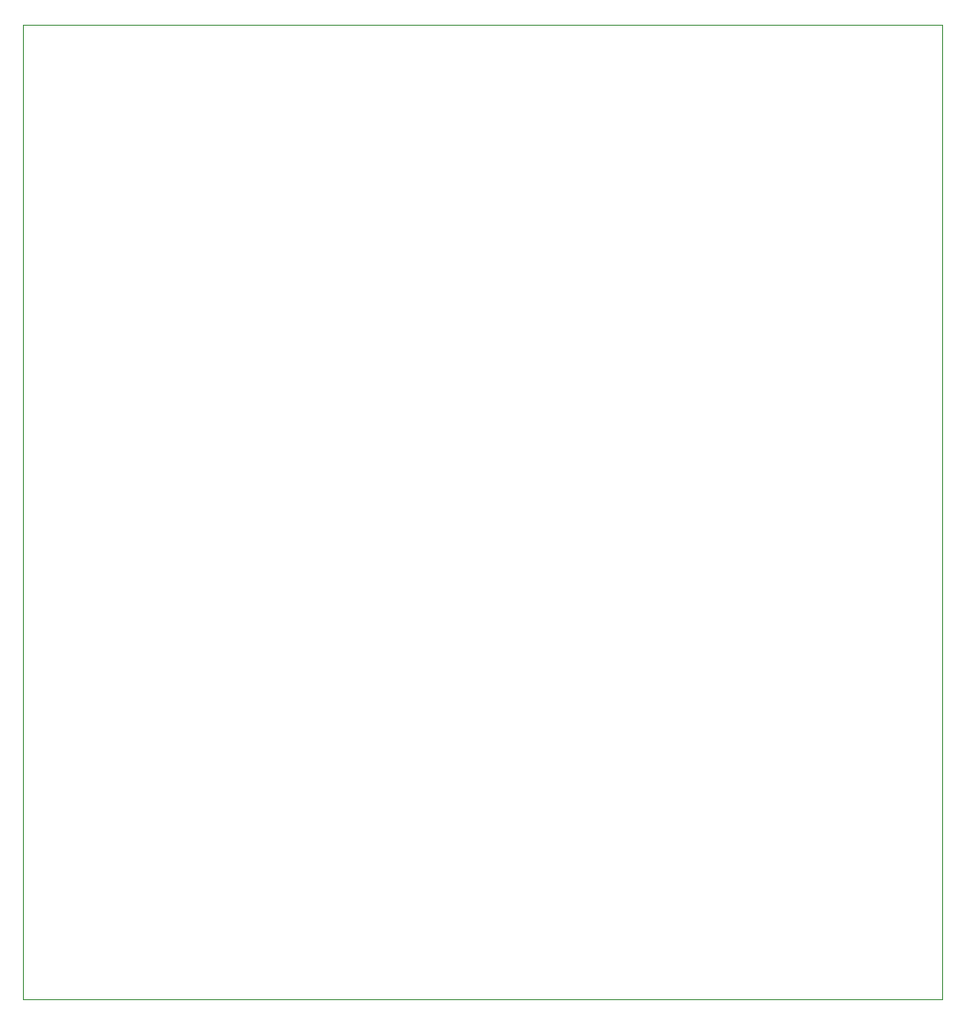
<source format=gm1>
G04 #@! TF.GenerationSoftware,KiCad,Pcbnew,5.1.4*
G04 #@! TF.CreationDate,2019-10-27T19:08:13+08:00*
G04 #@! TF.ProjectId,LaserScanningProjector,4c617365-7253-4636-916e-6e696e675072,rev?*
G04 #@! TF.SameCoordinates,Original*
G04 #@! TF.FileFunction,Profile,NP*
%FSLAX46Y46*%
G04 Gerber Fmt 4.6, Leading zero omitted, Abs format (unit mm)*
G04 Created by KiCad (PCBNEW 5.1.4) date 2019-10-27 19:08:13*
%MOMM*%
%LPD*%
G04 APERTURE LIST*
%ADD10C,0.050000*%
G04 APERTURE END LIST*
D10*
X149860000Y-24384000D02*
X65024000Y-24384000D01*
X149860000Y-114300000D02*
X149860000Y-24384000D01*
X65024000Y-114300000D02*
X149860000Y-114300000D01*
X65024000Y-24384000D02*
X65024000Y-114300000D01*
M02*

</source>
